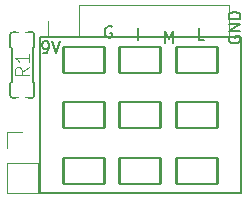
<source format=gto>
%TF.GenerationSoftware,KiCad,Pcbnew,7.0.2*%
%TF.CreationDate,2023-07-27T03:21:22-04:00*%
%TF.ProjectId,hellerune-switchy,68656c6c-6572-4756-9e65-2d7377697463,1.0*%
%TF.SameCoordinates,Original*%
%TF.FileFunction,Legend,Top*%
%TF.FilePolarity,Positive*%
%FSLAX46Y46*%
G04 Gerber Fmt 4.6, Leading zero omitted, Abs format (unit mm)*
G04 Created by KiCad (PCBNEW 7.0.2) date 2023-07-27 03:21:22*
%MOMM*%
%LPD*%
G01*
G04 APERTURE LIST*
G04 Aperture macros list*
%AMRoundRect*
0 Rectangle with rounded corners*
0 $1 Rounding radius*
0 $2 $3 $4 $5 $6 $7 $8 $9 X,Y pos of 4 corners*
0 Add a 4 corners polygon primitive as box body*
4,1,4,$2,$3,$4,$5,$6,$7,$8,$9,$2,$3,0*
0 Add four circle primitives for the rounded corners*
1,1,$1+$1,$2,$3*
1,1,$1+$1,$4,$5*
1,1,$1+$1,$6,$7*
1,1,$1+$1,$8,$9*
0 Add four rect primitives between the rounded corners*
20,1,$1+$1,$2,$3,$4,$5,0*
20,1,$1+$1,$4,$5,$6,$7,0*
20,1,$1+$1,$6,$7,$8,$9,0*
20,1,$1+$1,$8,$9,$2,$3,0*%
G04 Aperture macros list end*
%ADD10C,0.150000*%
%ADD11C,0.101600*%
%ADD12C,0.120000*%
%ADD13C,0.152400*%
%ADD14C,0.203200*%
%ADD15C,1.700000*%
%ADD16R,1.700000X1.700000*%
%ADD17O,1.700000X1.700000*%
%ADD18C,2.203200*%
%ADD19RoundRect,0.101600X-1.750000X-1.125000X1.750000X-1.125000X1.750000X1.125000X-1.750000X1.125000X0*%
G04 APERTURE END LIST*
D10*
X152066667Y-93862619D02*
X152066667Y-92862619D01*
X152066667Y-92862619D02*
X152400000Y-93576904D01*
X152400000Y-93576904D02*
X152733333Y-92862619D01*
X152733333Y-92862619D02*
X152733333Y-93862619D01*
X157510238Y-93361904D02*
X157462619Y-93457142D01*
X157462619Y-93457142D02*
X157462619Y-93599999D01*
X157462619Y-93599999D02*
X157510238Y-93742856D01*
X157510238Y-93742856D02*
X157605476Y-93838094D01*
X157605476Y-93838094D02*
X157700714Y-93885713D01*
X157700714Y-93885713D02*
X157891190Y-93933332D01*
X157891190Y-93933332D02*
X158034047Y-93933332D01*
X158034047Y-93933332D02*
X158224523Y-93885713D01*
X158224523Y-93885713D02*
X158319761Y-93838094D01*
X158319761Y-93838094D02*
X158415000Y-93742856D01*
X158415000Y-93742856D02*
X158462619Y-93599999D01*
X158462619Y-93599999D02*
X158462619Y-93504761D01*
X158462619Y-93504761D02*
X158415000Y-93361904D01*
X158415000Y-93361904D02*
X158367380Y-93314285D01*
X158367380Y-93314285D02*
X158034047Y-93314285D01*
X158034047Y-93314285D02*
X158034047Y-93504761D01*
X158462619Y-92885713D02*
X157462619Y-92885713D01*
X157462619Y-92885713D02*
X158462619Y-92314285D01*
X158462619Y-92314285D02*
X157462619Y-92314285D01*
X158462619Y-91838094D02*
X157462619Y-91838094D01*
X157462619Y-91838094D02*
X157462619Y-91599999D01*
X157462619Y-91599999D02*
X157510238Y-91457142D01*
X157510238Y-91457142D02*
X157605476Y-91361904D01*
X157605476Y-91361904D02*
X157700714Y-91314285D01*
X157700714Y-91314285D02*
X157891190Y-91266666D01*
X157891190Y-91266666D02*
X158034047Y-91266666D01*
X158034047Y-91266666D02*
X158224523Y-91314285D01*
X158224523Y-91314285D02*
X158319761Y-91361904D01*
X158319761Y-91361904D02*
X158415000Y-91457142D01*
X158415000Y-91457142D02*
X158462619Y-91599999D01*
X158462619Y-91599999D02*
X158462619Y-91838094D01*
X155409523Y-93662619D02*
X154933333Y-93662619D01*
X154933333Y-93662619D02*
X154933333Y-92662619D01*
X147561904Y-92510238D02*
X147466666Y-92462619D01*
X147466666Y-92462619D02*
X147323809Y-92462619D01*
X147323809Y-92462619D02*
X147180952Y-92510238D01*
X147180952Y-92510238D02*
X147085714Y-92605476D01*
X147085714Y-92605476D02*
X147038095Y-92700714D01*
X147038095Y-92700714D02*
X146990476Y-92891190D01*
X146990476Y-92891190D02*
X146990476Y-93034047D01*
X146990476Y-93034047D02*
X147038095Y-93224523D01*
X147038095Y-93224523D02*
X147085714Y-93319761D01*
X147085714Y-93319761D02*
X147180952Y-93415000D01*
X147180952Y-93415000D02*
X147323809Y-93462619D01*
X147323809Y-93462619D02*
X147419047Y-93462619D01*
X147419047Y-93462619D02*
X147561904Y-93415000D01*
X147561904Y-93415000D02*
X147609523Y-93367380D01*
X147609523Y-93367380D02*
X147609523Y-93034047D01*
X147609523Y-93034047D02*
X147419047Y-93034047D01*
X149800000Y-93662619D02*
X149800000Y-92662619D01*
X141780952Y-94762619D02*
X141971428Y-94762619D01*
X141971428Y-94762619D02*
X142066666Y-94715000D01*
X142066666Y-94715000D02*
X142114285Y-94667380D01*
X142114285Y-94667380D02*
X142209523Y-94524523D01*
X142209523Y-94524523D02*
X142257142Y-94334047D01*
X142257142Y-94334047D02*
X142257142Y-93953095D01*
X142257142Y-93953095D02*
X142209523Y-93857857D01*
X142209523Y-93857857D02*
X142161904Y-93810238D01*
X142161904Y-93810238D02*
X142066666Y-93762619D01*
X142066666Y-93762619D02*
X141876190Y-93762619D01*
X141876190Y-93762619D02*
X141780952Y-93810238D01*
X141780952Y-93810238D02*
X141733333Y-93857857D01*
X141733333Y-93857857D02*
X141685714Y-93953095D01*
X141685714Y-93953095D02*
X141685714Y-94191190D01*
X141685714Y-94191190D02*
X141733333Y-94286428D01*
X141733333Y-94286428D02*
X141780952Y-94334047D01*
X141780952Y-94334047D02*
X141876190Y-94381666D01*
X141876190Y-94381666D02*
X142066666Y-94381666D01*
X142066666Y-94381666D02*
X142161904Y-94334047D01*
X142161904Y-94334047D02*
X142209523Y-94286428D01*
X142209523Y-94286428D02*
X142257142Y-94191190D01*
X142542857Y-93762619D02*
X142876190Y-94762619D01*
X142876190Y-94762619D02*
X143209523Y-93762619D01*
D11*
X140558150Y-95951083D02*
X139983626Y-96353250D01*
X140558150Y-96640512D02*
X139351650Y-96640512D01*
X139351650Y-96640512D02*
X139351650Y-96180893D01*
X139351650Y-96180893D02*
X139409102Y-96065988D01*
X139409102Y-96065988D02*
X139466555Y-96008535D01*
X139466555Y-96008535D02*
X139581459Y-95951083D01*
X139581459Y-95951083D02*
X139753817Y-95951083D01*
X139753817Y-95951083D02*
X139868721Y-96008535D01*
X139868721Y-96008535D02*
X139926174Y-96065988D01*
X139926174Y-96065988D02*
X139983626Y-96180893D01*
X139983626Y-96180893D02*
X139983626Y-96640512D01*
X140558150Y-94802035D02*
X140558150Y-95491464D01*
X140558150Y-95146750D02*
X139351650Y-95146750D01*
X139351650Y-95146750D02*
X139524007Y-95261654D01*
X139524007Y-95261654D02*
X139638912Y-95376559D01*
X139638912Y-95376559D02*
X139696364Y-95491464D01*
D12*
X138670000Y-101420000D02*
X140000000Y-101420000D01*
X138670000Y-102750000D02*
X138670000Y-101420000D01*
X138670000Y-104020000D02*
X138670000Y-106620000D01*
X138670000Y-104020000D02*
X141330000Y-104020000D01*
X138670000Y-106620000D02*
X141330000Y-106620000D01*
X141330000Y-104020000D02*
X141330000Y-106620000D01*
X142170000Y-93330000D02*
X142170000Y-92000000D01*
X143500000Y-93330000D02*
X142170000Y-93330000D01*
X144770000Y-93330000D02*
X157530000Y-93330000D01*
X144770000Y-93330000D02*
X144770000Y-90670000D01*
X157530000Y-93330000D02*
X157530000Y-90670000D01*
X144770000Y-90670000D02*
X157530000Y-90670000D01*
D13*
X140762000Y-98560000D02*
X139238000Y-98560000D01*
X138984000Y-98306000D02*
X138984000Y-97290000D01*
X141016000Y-98306000D02*
X141016000Y-97290000D01*
X139111000Y-97163000D02*
X138984000Y-97290000D01*
X140889000Y-97163000D02*
X141016000Y-97290000D01*
X139111000Y-94337000D02*
X139111000Y-97163000D01*
X139111000Y-94337000D02*
X138984000Y-94210000D01*
X140889000Y-94337000D02*
X140889000Y-97163000D01*
X140889000Y-94337000D02*
X141016000Y-94210000D01*
X138984000Y-93194000D02*
X138984000Y-94210000D01*
X141016000Y-93194000D02*
X141016000Y-94210000D01*
X140762000Y-92940000D02*
X139238000Y-92940000D01*
X138984000Y-98306000D02*
G75*
G03*
X139238000Y-98560000I254000J0D01*
G01*
X140762000Y-98560000D02*
G75*
G03*
X141016000Y-98306000I0J254000D01*
G01*
X139238000Y-92940000D02*
G75*
G03*
X138984000Y-93194000I0J-254000D01*
G01*
X141016000Y-93194000D02*
G75*
G03*
X140762000Y-92940000I-254000J0D01*
G01*
D14*
X141500000Y-93400000D02*
X141500000Y-100000000D01*
X141500000Y-93400000D02*
X150000000Y-93400000D01*
X141500000Y-100000000D02*
X141500000Y-106600000D01*
X141500000Y-106600000D02*
X150000000Y-106600000D01*
X150000000Y-93400000D02*
X158500000Y-93400000D01*
X150000000Y-106600000D02*
X158500000Y-106600000D01*
X158500000Y-100000000D02*
X158500000Y-93400000D01*
X158500000Y-106600000D02*
X158500000Y-100000000D01*
%LPC*%
D15*
X140000000Y-102750000D03*
D16*
X140000000Y-105290000D03*
X143500000Y-92000000D03*
D17*
X146040000Y-92000000D03*
X148580000Y-92000000D03*
X151120000Y-92000000D03*
X153660000Y-92000000D03*
X156200000Y-92000000D03*
D18*
X140000000Y-99560000D03*
X140000000Y-91940000D03*
D19*
X145200000Y-95300000D03*
X145200000Y-100000000D03*
X145200000Y-104700000D03*
X150000000Y-95300000D03*
X150000000Y-100000000D03*
X150000000Y-104700000D03*
X154800000Y-95300000D03*
X154800000Y-100000000D03*
X154800000Y-104700000D03*
%LPD*%
M02*

</source>
